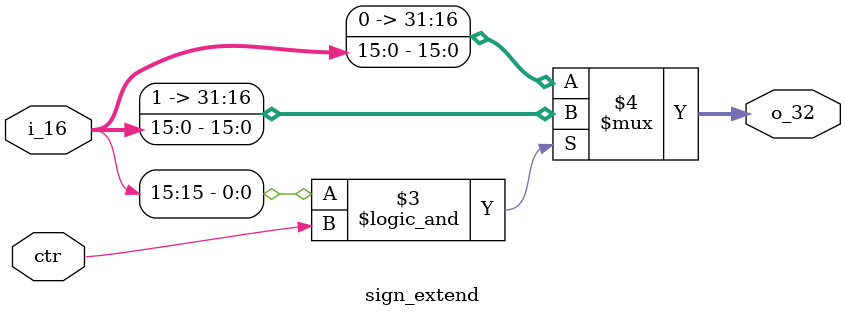
<source format=v>
`timescale 1ns / 1ps
module sign_extend(ctr,i_16,o_32
    );
input wire ctr;
input wire [15:0] i_16;
output wire [31:0] o_32;
assign o_32=(i_16[15]==1'b1 && ctr==1)?{16'b1111_1111_1111_1111,i_16}:{16'b0000_0000_0000_0000,i_16};
//if the 16-bit number is negative, add 16 ones to make it 32-bit
//if the 16-bit number is positive, add 16 zeroes to make it 32-bit
endmodule

</source>
